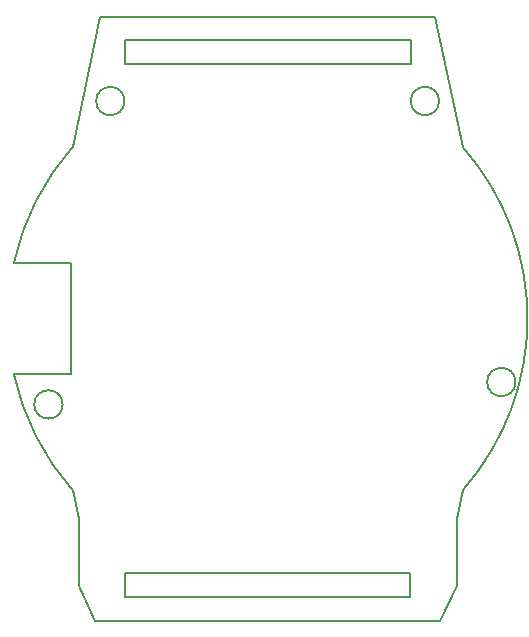
<source format=gbr>
%TF.GenerationSoftware,KiCad,Pcbnew,6.0.7-1.fc35*%
%TF.CreationDate,2022-12-09T22:30:18+01:00*%
%TF.ProjectId,Base,42617365-2e6b-4696-9361-645f70636258,rev?*%
%TF.SameCoordinates,Original*%
%TF.FileFunction,Profile,NP*%
%FSLAX46Y46*%
G04 Gerber Fmt 4.6, Leading zero omitted, Abs format (unit mm)*
G04 Created by KiCad (PCBNEW 6.0.7-1.fc35) date 2022-12-09 22:30:18*
%MOMM*%
%LPD*%
G01*
G04 APERTURE LIST*
%TA.AperFunction,Profile*%
%ADD10C,0.200000*%
%TD*%
G04 APERTURE END LIST*
D10*
X156281752Y-70665628D02*
X156281752Y-72665628D01*
X158367652Y-68666100D02*
X160671751Y-79690001D01*
X156261752Y-117814372D02*
X156261752Y-115814372D01*
X128171752Y-116840000D02*
X128171752Y-111180000D01*
X127668484Y-79693705D02*
G75*
G03*
X122680000Y-89545916I16500216J-14543595D01*
G01*
X127524958Y-98925916D02*
X122680000Y-98925916D01*
X122680000Y-89545916D02*
X127524958Y-89545916D01*
X126811752Y-101510000D02*
G75*
G03*
X126811752Y-101510000I-1200000J0D01*
G01*
X132081752Y-70665628D02*
X132081752Y-72665628D01*
X129586912Y-119814080D02*
X158756272Y-119814080D01*
X158691752Y-75820000D02*
G75*
G03*
X158691752Y-75820000I-1200000J0D01*
G01*
X132061752Y-117814372D02*
X156261752Y-117814372D01*
X160171752Y-116840000D02*
X160171752Y-111180000D01*
X132061752Y-117814372D02*
X132061752Y-115814372D01*
X129978072Y-68666100D02*
X158367652Y-68666100D01*
X156281752Y-70665628D02*
X132081752Y-70665628D01*
X128171752Y-111180000D02*
X127671753Y-108789999D01*
X132051752Y-75820000D02*
G75*
G03*
X132051752Y-75820000I-1200000J0D01*
G01*
X165161752Y-99610000D02*
G75*
G03*
X165161752Y-99610000I-1200000J0D01*
G01*
X122679982Y-98925920D02*
G75*
G03*
X127671753Y-108789999I21477918J4673920D01*
G01*
X158756272Y-119814080D02*
X160171752Y-116840000D01*
X132081752Y-72665628D02*
X156281752Y-72665628D01*
X129978072Y-68666100D02*
X127668486Y-79693707D01*
X127524958Y-89545916D02*
X127524958Y-98925916D01*
X160171752Y-111180000D02*
X160676712Y-108784371D01*
X160675019Y-108786293D02*
G75*
G03*
X160671751Y-79690001I-16503269J14546293D01*
G01*
X129586912Y-119814080D02*
X128171752Y-116840000D01*
X156261752Y-115814372D02*
X132061752Y-115814372D01*
M02*

</source>
